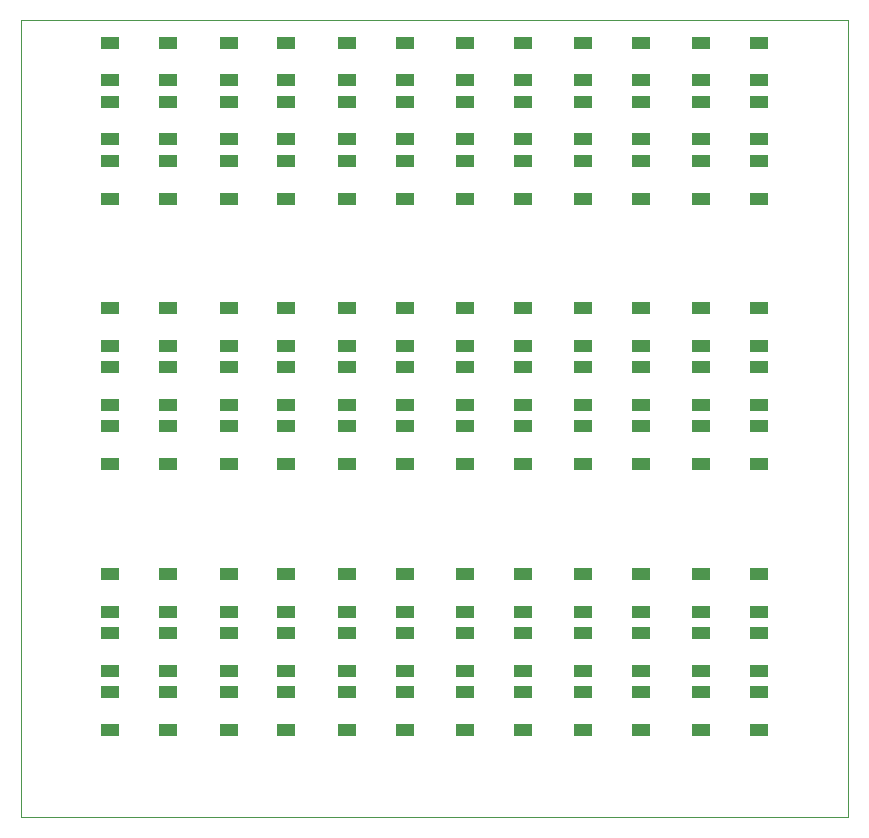
<source format=gbr>
G04 #@! TF.GenerationSoftware,KiCad,Pcbnew,5.1.10-88a1d61d58~90~ubuntu21.04.1*
G04 #@! TF.CreationDate,2021-10-15T10:02:05+02:00*
G04 #@! TF.ProjectId,IndicatorLeds,496e6469-6361-4746-9f72-4c6564732e6b,rev?*
G04 #@! TF.SameCoordinates,Original*
G04 #@! TF.FileFunction,Paste,Top*
G04 #@! TF.FilePolarity,Positive*
%FSLAX46Y46*%
G04 Gerber Fmt 4.6, Leading zero omitted, Abs format (unit mm)*
G04 Created by KiCad (PCBNEW 5.1.10-88a1d61d58~90~ubuntu21.04.1) date 2021-10-15 10:02:05*
%MOMM*%
%LPD*%
G01*
G04 APERTURE LIST*
G04 #@! TA.AperFunction,Profile*
%ADD10C,0.100000*%
G04 #@! TD*
%ADD11R,1.500000X1.000000*%
G04 APERTURE END LIST*
D10*
X45000000Y-49999000D02*
X110000000Y-49999000D01*
X45000000Y-117501000D02*
X45000000Y-49999000D01*
X115001000Y-117501000D02*
X45000000Y-117501000D01*
X115001000Y-49999000D02*
X115001000Y-117501000D01*
X110000000Y-49999000D02*
X115001000Y-49999000D01*
D11*
G04 #@! TO.C,D1*
X107450026Y-110100011D03*
X107450026Y-106900011D03*
X102550026Y-110100011D03*
X102550026Y-106900011D03*
G04 #@! TD*
G04 #@! TO.C,D2*
X107450026Y-105100011D03*
X107450026Y-101900011D03*
X102550026Y-105100011D03*
X102550026Y-101900011D03*
G04 #@! TD*
G04 #@! TO.C,D3*
X107450026Y-100100011D03*
X107450026Y-96900011D03*
X102550026Y-100100011D03*
X102550026Y-96900011D03*
G04 #@! TD*
G04 #@! TO.C,D1*
X97450021Y-110100011D03*
X97450021Y-106900011D03*
X92550021Y-110100011D03*
X92550021Y-106900011D03*
G04 #@! TD*
G04 #@! TO.C,D2*
X97450021Y-105100011D03*
X97450021Y-101900011D03*
X92550021Y-105100011D03*
X92550021Y-101900011D03*
G04 #@! TD*
G04 #@! TO.C,D3*
X97450021Y-100100011D03*
X97450021Y-96900011D03*
X92550021Y-100100011D03*
X92550021Y-96900011D03*
G04 #@! TD*
G04 #@! TO.C,D1*
X87450016Y-110100011D03*
X87450016Y-106900011D03*
X82550016Y-110100011D03*
X82550016Y-106900011D03*
G04 #@! TD*
G04 #@! TO.C,D2*
X87450016Y-105100011D03*
X87450016Y-101900011D03*
X82550016Y-105100011D03*
X82550016Y-101900011D03*
G04 #@! TD*
G04 #@! TO.C,D3*
X87450016Y-100100011D03*
X87450016Y-96900011D03*
X82550016Y-100100011D03*
X82550016Y-96900011D03*
G04 #@! TD*
G04 #@! TO.C,D1*
X77450011Y-110100011D03*
X77450011Y-106900011D03*
X72550011Y-110100011D03*
X72550011Y-106900011D03*
G04 #@! TD*
G04 #@! TO.C,D2*
X77450011Y-105100011D03*
X77450011Y-101900011D03*
X72550011Y-105100011D03*
X72550011Y-101900011D03*
G04 #@! TD*
G04 #@! TO.C,D3*
X77450011Y-100100011D03*
X77450011Y-96900011D03*
X72550011Y-100100011D03*
X72550011Y-96900011D03*
G04 #@! TD*
G04 #@! TO.C,D1*
X67450006Y-110100011D03*
X67450006Y-106900011D03*
X62550006Y-110100011D03*
X62550006Y-106900011D03*
G04 #@! TD*
G04 #@! TO.C,D2*
X67450006Y-105100011D03*
X67450006Y-101900011D03*
X62550006Y-105100011D03*
X62550006Y-101900011D03*
G04 #@! TD*
G04 #@! TO.C,D3*
X67450006Y-100100011D03*
X67450006Y-96900011D03*
X62550006Y-100100011D03*
X62550006Y-96900011D03*
G04 #@! TD*
G04 #@! TO.C,D1*
X57450001Y-110100011D03*
X57450001Y-106900011D03*
X52550001Y-110100011D03*
X52550001Y-106900011D03*
G04 #@! TD*
G04 #@! TO.C,D2*
X57450001Y-105100011D03*
X57450001Y-101900011D03*
X52550001Y-105100011D03*
X52550001Y-101900011D03*
G04 #@! TD*
G04 #@! TO.C,D3*
X57450001Y-100100011D03*
X57450001Y-96900011D03*
X52550001Y-100100011D03*
X52550001Y-96900011D03*
G04 #@! TD*
G04 #@! TO.C,D1*
X107450026Y-87600006D03*
X107450026Y-84400006D03*
X102550026Y-87600006D03*
X102550026Y-84400006D03*
G04 #@! TD*
G04 #@! TO.C,D2*
X107450026Y-82600006D03*
X107450026Y-79400006D03*
X102550026Y-82600006D03*
X102550026Y-79400006D03*
G04 #@! TD*
G04 #@! TO.C,D3*
X107450026Y-77600006D03*
X107450026Y-74400006D03*
X102550026Y-77600006D03*
X102550026Y-74400006D03*
G04 #@! TD*
G04 #@! TO.C,D1*
X97450021Y-87600006D03*
X97450021Y-84400006D03*
X92550021Y-87600006D03*
X92550021Y-84400006D03*
G04 #@! TD*
G04 #@! TO.C,D2*
X97450021Y-82600006D03*
X97450021Y-79400006D03*
X92550021Y-82600006D03*
X92550021Y-79400006D03*
G04 #@! TD*
G04 #@! TO.C,D3*
X97450021Y-77600006D03*
X97450021Y-74400006D03*
X92550021Y-77600006D03*
X92550021Y-74400006D03*
G04 #@! TD*
G04 #@! TO.C,D1*
X87450016Y-87600006D03*
X87450016Y-84400006D03*
X82550016Y-87600006D03*
X82550016Y-84400006D03*
G04 #@! TD*
G04 #@! TO.C,D2*
X87450016Y-82600006D03*
X87450016Y-79400006D03*
X82550016Y-82600006D03*
X82550016Y-79400006D03*
G04 #@! TD*
G04 #@! TO.C,D3*
X87450016Y-77600006D03*
X87450016Y-74400006D03*
X82550016Y-77600006D03*
X82550016Y-74400006D03*
G04 #@! TD*
G04 #@! TO.C,D1*
X77450011Y-87600006D03*
X77450011Y-84400006D03*
X72550011Y-87600006D03*
X72550011Y-84400006D03*
G04 #@! TD*
G04 #@! TO.C,D2*
X77450011Y-82600006D03*
X77450011Y-79400006D03*
X72550011Y-82600006D03*
X72550011Y-79400006D03*
G04 #@! TD*
G04 #@! TO.C,D3*
X77450011Y-77600006D03*
X77450011Y-74400006D03*
X72550011Y-77600006D03*
X72550011Y-74400006D03*
G04 #@! TD*
G04 #@! TO.C,D1*
X67450006Y-87600006D03*
X67450006Y-84400006D03*
X62550006Y-87600006D03*
X62550006Y-84400006D03*
G04 #@! TD*
G04 #@! TO.C,D2*
X67450006Y-82600006D03*
X67450006Y-79400006D03*
X62550006Y-82600006D03*
X62550006Y-79400006D03*
G04 #@! TD*
G04 #@! TO.C,D3*
X67450006Y-77600006D03*
X67450006Y-74400006D03*
X62550006Y-77600006D03*
X62550006Y-74400006D03*
G04 #@! TD*
G04 #@! TO.C,D1*
X57450001Y-87600006D03*
X57450001Y-84400006D03*
X52550001Y-87600006D03*
X52550001Y-84400006D03*
G04 #@! TD*
G04 #@! TO.C,D2*
X57450001Y-82600006D03*
X57450001Y-79400006D03*
X52550001Y-82600006D03*
X52550001Y-79400006D03*
G04 #@! TD*
G04 #@! TO.C,D3*
X57450001Y-77600006D03*
X57450001Y-74400006D03*
X52550001Y-77600006D03*
X52550001Y-74400006D03*
G04 #@! TD*
G04 #@! TO.C,D1*
X107450026Y-65100001D03*
X107450026Y-61900001D03*
X102550026Y-65100001D03*
X102550026Y-61900001D03*
G04 #@! TD*
G04 #@! TO.C,D2*
X107450026Y-60100001D03*
X107450026Y-56900001D03*
X102550026Y-60100001D03*
X102550026Y-56900001D03*
G04 #@! TD*
G04 #@! TO.C,D3*
X107450026Y-55100001D03*
X107450026Y-51900001D03*
X102550026Y-55100001D03*
X102550026Y-51900001D03*
G04 #@! TD*
G04 #@! TO.C,D1*
X97450021Y-65100001D03*
X97450021Y-61900001D03*
X92550021Y-65100001D03*
X92550021Y-61900001D03*
G04 #@! TD*
G04 #@! TO.C,D2*
X97450021Y-60100001D03*
X97450021Y-56900001D03*
X92550021Y-60100001D03*
X92550021Y-56900001D03*
G04 #@! TD*
G04 #@! TO.C,D3*
X97450021Y-55100001D03*
X97450021Y-51900001D03*
X92550021Y-55100001D03*
X92550021Y-51900001D03*
G04 #@! TD*
G04 #@! TO.C,D1*
X87450016Y-65100001D03*
X87450016Y-61900001D03*
X82550016Y-65100001D03*
X82550016Y-61900001D03*
G04 #@! TD*
G04 #@! TO.C,D2*
X87450016Y-60100001D03*
X87450016Y-56900001D03*
X82550016Y-60100001D03*
X82550016Y-56900001D03*
G04 #@! TD*
G04 #@! TO.C,D3*
X87450016Y-55100001D03*
X87450016Y-51900001D03*
X82550016Y-55100001D03*
X82550016Y-51900001D03*
G04 #@! TD*
G04 #@! TO.C,D1*
X77450011Y-65100001D03*
X77450011Y-61900001D03*
X72550011Y-65100001D03*
X72550011Y-61900001D03*
G04 #@! TD*
G04 #@! TO.C,D2*
X77450011Y-60100001D03*
X77450011Y-56900001D03*
X72550011Y-60100001D03*
X72550011Y-56900001D03*
G04 #@! TD*
G04 #@! TO.C,D3*
X77450011Y-55100001D03*
X77450011Y-51900001D03*
X72550011Y-55100001D03*
X72550011Y-51900001D03*
G04 #@! TD*
G04 #@! TO.C,D1*
X67450006Y-65100001D03*
X67450006Y-61900001D03*
X62550006Y-65100001D03*
X62550006Y-61900001D03*
G04 #@! TD*
G04 #@! TO.C,D2*
X67450006Y-60100001D03*
X67450006Y-56900001D03*
X62550006Y-60100001D03*
X62550006Y-56900001D03*
G04 #@! TD*
G04 #@! TO.C,D3*
X67450006Y-55100001D03*
X67450006Y-51900001D03*
X62550006Y-55100001D03*
X62550006Y-51900001D03*
G04 #@! TD*
G04 #@! TO.C,D1*
X57450001Y-65100001D03*
X57450001Y-61900001D03*
X52550001Y-65100001D03*
X52550001Y-61900001D03*
G04 #@! TD*
G04 #@! TO.C,D2*
X57450001Y-60100001D03*
X57450001Y-56900001D03*
X52550001Y-60100001D03*
X52550001Y-56900001D03*
G04 #@! TD*
G04 #@! TO.C,D3*
X57450001Y-55100001D03*
X57450001Y-51900001D03*
X52550001Y-55100001D03*
X52550001Y-51900001D03*
G04 #@! TD*
M02*

</source>
